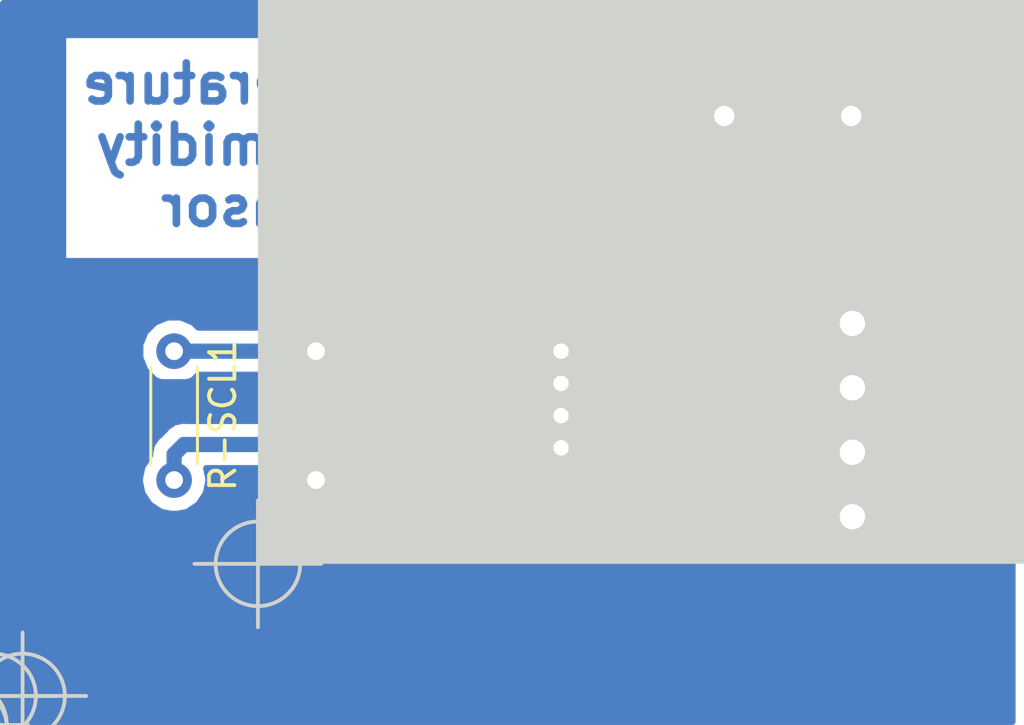
<source format=kicad_pcb>
(kicad_pcb (version 20171130) (host pcbnew "(5.0.0)")

  (general
    (thickness 1.6)
    (drawings 10)
    (tracks 27)
    (zones 0)
    (modules 5)
    (nets 5)
  )

  (page A4)
  (layers
    (0 F.Cu signal)
    (31 B.Cu signal)
    (32 B.Adhes user)
    (33 F.Adhes user)
    (34 B.Paste user)
    (35 F.Paste user)
    (36 B.SilkS user)
    (37 F.SilkS user)
    (38 B.Mask user)
    (39 F.Mask user)
    (40 Dwgs.User user)
    (41 Cmts.User user)
    (42 Eco1.User user)
    (43 Eco2.User user)
    (44 Edge.Cuts user hide)
    (45 Margin user)
    (46 B.CrtYd user)
    (47 F.CrtYd user)
    (48 B.Fab user)
    (49 F.Fab user)
  )

  (setup
    (last_trace_width 0.6)
    (trace_clearance 0.4)
    (zone_clearance 0.508)
    (zone_45_only no)
    (trace_min 0.2)
    (segment_width 0.2)
    (edge_width 0.15)
    (via_size 1)
    (via_drill 0.8)
    (via_min_size 0.4)
    (via_min_drill 0.3)
    (uvia_size 0.3)
    (uvia_drill 0.1)
    (uvias_allowed no)
    (uvia_min_size 0.2)
    (uvia_min_drill 0.1)
    (pcb_text_width 0.3)
    (pcb_text_size 1.5 1.5)
    (mod_edge_width 0.15)
    (mod_text_size 1 1)
    (mod_text_width 0.15)
    (pad_size 1.524 1.524)
    (pad_drill 0.762)
    (pad_to_mask_clearance 0.051)
    (solder_mask_min_width 0.25)
    (aux_axis_origin 139.7 120.65)
    (visible_elements 7FFFFFFF)
    (pcbplotparams
      (layerselection 0x010fc_ffffffff)
      (usegerberextensions false)
      (usegerberattributes false)
      (usegerberadvancedattributes false)
      (creategerberjobfile false)
      (excludeedgelayer true)
      (linewidth 0.100000)
      (plotframeref false)
      (viasonmask false)
      (mode 1)
      (useauxorigin false)
      (hpglpennumber 1)
      (hpglpenspeed 20)
      (hpglpendiameter 15.000000)
      (psnegative false)
      (psa4output false)
      (plotreference true)
      (plotvalue true)
      (plotinvisibletext false)
      (padsonsilk false)
      (subtractmaskfromsilk false)
      (outputformat 1)
      (mirror false)
      (drillshape 1)
      (scaleselection 1)
      (outputdirectory ""))
  )

  (net 0 "")
  (net 1 +3V3)
  (net 2 GND)
  (net 3 /SDA)
  (net 4 /SCL)

  (net_class Default "Ceci est la Netclass par défaut."
    (clearance 0.4)
    (trace_width 0.6)
    (via_dia 1)
    (via_drill 0.8)
    (uvia_dia 0.3)
    (uvia_drill 0.1)
    (add_net +3V3)
    (add_net /SCL)
    (add_net /SDA)
    (add_net GND)
  )

  (module Capacitor_THT:C_Disc_D4.3mm_W1.9mm_P5.00mm (layer F.Cu) (tedit 5AE50EF0) (tstamp 5C0D8F8B)
    (at 173.228 96.647 180)
    (descr "C, Disc series, Radial, pin pitch=5.00mm, , diameter*width=4.3*1.9mm^2, Capacitor, http://www.vishay.com/docs/45233/krseries.pdf")
    (tags "C Disc series Radial pin pitch 5.00mm  diameter 4.3mm width 1.9mm Capacitor")
    (path /5C0142E6)
    (fp_text reference C1 (at 2.5 -2.2 180) (layer F.SilkS)
      (effects (font (size 1 1) (thickness 0.15)))
    )
    (fp_text value 0.22u (at 2.5 2.2 180) (layer F.Fab)
      (effects (font (size 1 1) (thickness 0.15)))
    )
    (fp_line (start 0.35 -0.95) (end 0.35 0.95) (layer F.Fab) (width 0.1))
    (fp_line (start 0.35 0.95) (end 4.65 0.95) (layer F.Fab) (width 0.1))
    (fp_line (start 4.65 0.95) (end 4.65 -0.95) (layer F.Fab) (width 0.1))
    (fp_line (start 4.65 -0.95) (end 0.35 -0.95) (layer F.Fab) (width 0.1))
    (fp_line (start 0.23 -1.07) (end 4.77 -1.07) (layer F.SilkS) (width 0.12))
    (fp_line (start 0.23 1.07) (end 4.77 1.07) (layer F.SilkS) (width 0.12))
    (fp_line (start 0.23 -1.07) (end 0.23 -1.055) (layer F.SilkS) (width 0.12))
    (fp_line (start 0.23 1.055) (end 0.23 1.07) (layer F.SilkS) (width 0.12))
    (fp_line (start 4.77 -1.07) (end 4.77 -1.055) (layer F.SilkS) (width 0.12))
    (fp_line (start 4.77 1.055) (end 4.77 1.07) (layer F.SilkS) (width 0.12))
    (fp_line (start -1.05 -1.2) (end -1.05 1.2) (layer F.CrtYd) (width 0.05))
    (fp_line (start -1.05 1.2) (end 6.05 1.2) (layer F.CrtYd) (width 0.05))
    (fp_line (start 6.05 1.2) (end 6.05 -1.2) (layer F.CrtYd) (width 0.05))
    (fp_line (start 6.05 -1.2) (end -1.05 -1.2) (layer F.CrtYd) (width 0.05))
    (fp_text user %R (at 2.5 0 180) (layer F.Fab)
      (effects (font (size 0.86 0.86) (thickness 0.129)))
    )
    (pad 1 thru_hole circle (at 0 0 180) (size 1.6 1.6) (drill 0.8) (layers *.Cu *.Mask)
      (net 1 +3V3))
    (pad 2 thru_hole circle (at 5 0 180) (size 1.6 1.6) (drill 0.8) (layers *.Cu *.Mask)
      (net 2 GND))
    (model ${KISYS3DMOD}/Capacitor_THT.3dshapes/C_Disc_D4.3mm_W1.9mm_P5.00mm.wrl
      (at (xyz 0 0 0))
      (scale (xyz 1 1 1))
      (rotate (xyz 0 0 0))
    )
  )

  (module Connector_PinHeader_2.54mm:PinHeader_1x04_P2.54mm_Vertical (layer F.Cu) (tedit 59FED5CC) (tstamp 5C0D8FA3)
    (at 173.275001 104.822001)
    (descr "Through hole straight pin header, 1x04, 2.54mm pitch, single row")
    (tags "Through hole pin header THT 1x04 2.54mm single row")
    (path /5C01EBFD)
    (fp_text reference J1 (at 0 -2.33) (layer F.SilkS)
      (effects (font (size 1 1) (thickness 0.15)))
    )
    (fp_text value Conn_01x04_Male (at 0 9.95) (layer F.Fab)
      (effects (font (size 1 1) (thickness 0.15)))
    )
    (fp_line (start -0.635 -1.27) (end 1.27 -1.27) (layer F.Fab) (width 0.1))
    (fp_line (start 1.27 -1.27) (end 1.27 8.89) (layer F.Fab) (width 0.1))
    (fp_line (start 1.27 8.89) (end -1.27 8.89) (layer F.Fab) (width 0.1))
    (fp_line (start -1.27 8.89) (end -1.27 -0.635) (layer F.Fab) (width 0.1))
    (fp_line (start -1.27 -0.635) (end -0.635 -1.27) (layer F.Fab) (width 0.1))
    (fp_line (start -1.33 8.95) (end 1.33 8.95) (layer F.SilkS) (width 0.12))
    (fp_line (start -1.33 1.27) (end -1.33 8.95) (layer F.SilkS) (width 0.12))
    (fp_line (start 1.33 1.27) (end 1.33 8.95) (layer F.SilkS) (width 0.12))
    (fp_line (start -1.33 1.27) (end 1.33 1.27) (layer F.SilkS) (width 0.12))
    (fp_line (start -1.33 0) (end -1.33 -1.33) (layer F.SilkS) (width 0.12))
    (fp_line (start -1.33 -1.33) (end 0 -1.33) (layer F.SilkS) (width 0.12))
    (fp_line (start -1.8 -1.8) (end -1.8 9.4) (layer F.CrtYd) (width 0.05))
    (fp_line (start -1.8 9.4) (end 1.8 9.4) (layer F.CrtYd) (width 0.05))
    (fp_line (start 1.8 9.4) (end 1.8 -1.8) (layer F.CrtYd) (width 0.05))
    (fp_line (start 1.8 -1.8) (end -1.8 -1.8) (layer F.CrtYd) (width 0.05))
    (fp_text user %R (at 0 3.81 90) (layer F.Fab)
      (effects (font (size 1 1) (thickness 0.15)))
    )
    (pad 1 thru_hole rect (at 0 0) (size 1.7 1.7) (drill 1) (layers *.Cu *.Mask)
      (net 1 +3V3))
    (pad 2 thru_hole oval (at 0 2.54) (size 1.7 1.7) (drill 1) (layers *.Cu *.Mask)
      (net 4 /SCL))
    (pad 3 thru_hole oval (at 0 5.08) (size 1.7 1.7) (drill 1) (layers *.Cu *.Mask)
      (net 3 /SDA))
    (pad 4 thru_hole oval (at 0 7.62) (size 1.7 1.7) (drill 1) (layers *.Cu *.Mask)
      (net 2 GND))
    (model ${KISYS3DMOD}/Connector_PinHeader_2.54mm.3dshapes/PinHeader_1x04_P2.54mm_Vertical.wrl
      (at (xyz 0 0 0))
      (scale (xyz 1 1 1))
      (rotate (xyz 0 0 0))
    )
  )

  (module Resistor_THT:R_Axial_DIN0204_L3.6mm_D1.6mm_P5.08mm_Horizontal (layer F.Cu) (tedit 5AE5139B) (tstamp 5C0D8FB6)
    (at 146.558 105.918 270)
    (descr "Resistor, Axial_DIN0204 series, Axial, Horizontal, pin pitch=5.08mm, 0.167W, length*diameter=3.6*1.6mm^2, http://cdn-reichelt.de/documents/datenblatt/B400/1_4W%23YAG.pdf")
    (tags "Resistor Axial_DIN0204 series Axial Horizontal pin pitch 5.08mm 0.167W length 3.6mm diameter 1.6mm")
    (path /5C016BFD)
    (fp_text reference R-SCL1 (at 2.54 -1.92 270) (layer F.SilkS)
      (effects (font (size 1 1) (thickness 0.15)))
    )
    (fp_text value 2.2k (at 2.54 1.92 270) (layer F.Fab)
      (effects (font (size 1 1) (thickness 0.15)))
    )
    (fp_text user %R (at 2.54 0 270) (layer F.Fab)
      (effects (font (size 0.72 0.72) (thickness 0.108)))
    )
    (fp_line (start 6.03 -1.05) (end -0.95 -1.05) (layer F.CrtYd) (width 0.05))
    (fp_line (start 6.03 1.05) (end 6.03 -1.05) (layer F.CrtYd) (width 0.05))
    (fp_line (start -0.95 1.05) (end 6.03 1.05) (layer F.CrtYd) (width 0.05))
    (fp_line (start -0.95 -1.05) (end -0.95 1.05) (layer F.CrtYd) (width 0.05))
    (fp_line (start 0.62 0.92) (end 4.46 0.92) (layer F.SilkS) (width 0.12))
    (fp_line (start 0.62 -0.92) (end 4.46 -0.92) (layer F.SilkS) (width 0.12))
    (fp_line (start 5.08 0) (end 4.34 0) (layer F.Fab) (width 0.1))
    (fp_line (start 0 0) (end 0.74 0) (layer F.Fab) (width 0.1))
    (fp_line (start 4.34 -0.8) (end 0.74 -0.8) (layer F.Fab) (width 0.1))
    (fp_line (start 4.34 0.8) (end 4.34 -0.8) (layer F.Fab) (width 0.1))
    (fp_line (start 0.74 0.8) (end 4.34 0.8) (layer F.Fab) (width 0.1))
    (fp_line (start 0.74 -0.8) (end 0.74 0.8) (layer F.Fab) (width 0.1))
    (pad 2 thru_hole oval (at 5.08 0 270) (size 1.4 1.4) (drill 0.7) (layers *.Cu *.Mask)
      (net 4 /SCL))
    (pad 1 thru_hole circle (at 0 0 270) (size 1.4 1.4) (drill 0.7) (layers *.Cu *.Mask)
      (net 1 +3V3))
    (model ${KISYS3DMOD}/Resistor_THT.3dshapes/R_Axial_DIN0204_L3.6mm_D1.6mm_P5.08mm_Horizontal.wrl
      (at (xyz 0 0 0))
      (scale (xyz 1 1 1))
      (rotate (xyz 0 0 0))
    )
  )

  (module Resistor_THT:R_Axial_DIN0204_L3.6mm_D1.6mm_P5.08mm_Horizontal (layer F.Cu) (tedit 5AE5139B) (tstamp 5C0D8FC9)
    (at 152.146 105.918 270)
    (descr "Resistor, Axial_DIN0204 series, Axial, Horizontal, pin pitch=5.08mm, 0.167W, length*diameter=3.6*1.6mm^2, http://cdn-reichelt.de/documents/datenblatt/B400/1_4W%23YAG.pdf")
    (tags "Resistor Axial_DIN0204 series Axial Horizontal pin pitch 5.08mm 0.167W length 3.6mm diameter 1.6mm")
    (path /5C016BF6)
    (fp_text reference R-SDA1 (at 2.54 -1.92 270) (layer F.SilkS)
      (effects (font (size 1 1) (thickness 0.15)))
    )
    (fp_text value 2.2k (at 2.54 1.92 270) (layer F.Fab)
      (effects (font (size 1 1) (thickness 0.15)))
    )
    (fp_line (start 0.74 -0.8) (end 0.74 0.8) (layer F.Fab) (width 0.1))
    (fp_line (start 0.74 0.8) (end 4.34 0.8) (layer F.Fab) (width 0.1))
    (fp_line (start 4.34 0.8) (end 4.34 -0.8) (layer F.Fab) (width 0.1))
    (fp_line (start 4.34 -0.8) (end 0.74 -0.8) (layer F.Fab) (width 0.1))
    (fp_line (start 0 0) (end 0.74 0) (layer F.Fab) (width 0.1))
    (fp_line (start 5.08 0) (end 4.34 0) (layer F.Fab) (width 0.1))
    (fp_line (start 0.62 -0.92) (end 4.46 -0.92) (layer F.SilkS) (width 0.12))
    (fp_line (start 0.62 0.92) (end 4.46 0.92) (layer F.SilkS) (width 0.12))
    (fp_line (start -0.95 -1.05) (end -0.95 1.05) (layer F.CrtYd) (width 0.05))
    (fp_line (start -0.95 1.05) (end 6.03 1.05) (layer F.CrtYd) (width 0.05))
    (fp_line (start 6.03 1.05) (end 6.03 -1.05) (layer F.CrtYd) (width 0.05))
    (fp_line (start 6.03 -1.05) (end -0.95 -1.05) (layer F.CrtYd) (width 0.05))
    (fp_text user %R (at 2.54 0 270) (layer F.Fab)
      (effects (font (size 0.72 0.72) (thickness 0.108)))
    )
    (pad 1 thru_hole circle (at 0 0 270) (size 1.4 1.4) (drill 0.7) (layers *.Cu *.Mask)
      (net 1 +3V3))
    (pad 2 thru_hole oval (at 5.08 0 270) (size 1.4 1.4) (drill 0.7) (layers *.Cu *.Mask)
      (net 3 /SDA))
    (model ${KISYS3DMOD}/Resistor_THT.3dshapes/R_Axial_DIN0204_L3.6mm_D1.6mm_P5.08mm_Horizontal.wrl
      (at (xyz 0 0 0))
      (scale (xyz 1 1 1))
      (rotate (xyz 0 0 0))
    )
  )

  (module HIH8120-021-001:SIP191W41P127L490H390Q4 (layer F.Cu) (tedit 0) (tstamp 5C0D8FDE)
    (at 161.798 107.823 270)
    (path /5C013A6D)
    (fp_text reference U1 (at -0.83139 -1.86086 270) (layer F.SilkS)
      (effects (font (size 0.641535 0.641535) (thickness 0.05)))
    )
    (fp_text value HIH8120-021-001 (at -0.42444 1.59901 270) (layer F.SilkS)
      (effects (font (size 0.642173 0.642173) (thickness 0.05)))
    )
    (fp_line (start -2.45 -1.2) (end 2.45 -1.2) (layer Dwgs.User) (width 0.127))
    (fp_line (start 2.45 -1.2) (end 2.45 0.71) (layer Dwgs.User) (width 0.127))
    (fp_line (start 2.45 0.71) (end -2.45 0.71) (layer Dwgs.User) (width 0.127))
    (fp_line (start -2.45 0.71) (end -2.45 -1.2) (layer Dwgs.User) (width 0.127))
    (fp_line (start -2.45 -0.8) (end -2.45 -1.2) (layer F.SilkS) (width 0.127))
    (fp_line (start -2.45 -1.2) (end 2.45 -1.2) (layer F.SilkS) (width 0.127))
    (fp_line (start 2.45 -1.2) (end 2.45 -0.8) (layer F.SilkS) (width 0.127))
    (fp_line (start -2.45 0.71) (end 2.45 0.71) (layer F.SilkS) (width 0.127))
    (fp_circle (center -2.9 -0.75) (end -2.8 -0.75) (layer F.SilkS) (width 0.2))
    (fp_line (start -2.75 -1.5) (end 2.75 -1.5) (layer Eco1.User) (width 0.05))
    (fp_line (start 2.75 -1.5) (end 2.75 1) (layer Eco1.User) (width 0.05))
    (fp_line (start 2.75 1) (end -2.75 1) (layer Eco1.User) (width 0.05))
    (fp_line (start -2.75 1) (end -2.75 -1.5) (layer Eco1.User) (width 0.05))
    (pad 1 thru_hole rect (at -1.905 0 270) (size 1.01 1.01) (drill 0.61) (layers *.Cu *.Mask)
      (net 1 +3V3))
    (pad 2 thru_hole circle (at -0.635 0 270) (size 1.01 1.01) (drill 0.61) (layers *.Cu *.Mask)
      (net 2 GND))
    (pad 3 thru_hole circle (at 0.635 0 270) (size 1.01 1.01) (drill 0.61) (layers *.Cu *.Mask)
      (net 4 /SCL))
    (pad 4 thru_hole circle (at 1.905 0 270) (size 1.01 1.01) (drill 0.61) (layers *.Cu *.Mask)
      (net 3 /SDA))
  )

  (gr_text GND (at 177.165 112.395) (layer B.Cu)
    (effects (font (size 1 1) (thickness 0.2)) (justify mirror))
  )
  (gr_text SDA (at 177.165 109.855) (layer B.Cu)
    (effects (font (size 1 1) (thickness 0.2)) (justify mirror))
  )
  (gr_text SLC (at 177.165 107.315) (layer B.Cu)
    (effects (font (size 1 1) (thickness 0.2)) (justify mirror))
  )
  (gr_text 3V3 (at 177.165 104.775) (layer B.Cu)
    (effects (font (size 1 1) (thickness 0.2)) (justify mirror))
  )
  (gr_text "Temperature\n& Humidity\nSensor" (at 149.86 97.79) (layer B.Cu)
    (effects (font (size 1.5 1.5) (thickness 0.3)) (justify mirror))
  )
  (target plus (at 138.303 120.777) (size 5) (width 0.15) (layer Edge.Cuts) (tstamp 5C0D94F1))
  (target plus (at 139.446 119.507) (size 5) (width 0.15) (layer Edge.Cuts))
  (target plus (at 140.589 119.507) (size 5) (width 0.15) (layer Edge.Cuts))
  (target plus (at 138.303 120.65) (size 5) (width 0.15) (layer Edge.Cuts))
  (target plus (at 149.86 114.3) (size 5) (width 0.15) (layer Edge.Cuts))

  (segment (start 146.558 105.918) (end 152.146 105.918) (width 0.6) (layer B.Cu) (net 1))
  (segment (start 152.146 105.918) (end 161.798 105.918) (width 0.6) (layer B.Cu) (net 1))
  (segment (start 161.798 105.918) (end 166.37 105.918) (width 0.6) (layer B.Cu) (net 1))
  (segment (start 167.465999 104.822001) (end 173.275001 104.822001) (width 0.6) (layer B.Cu) (net 1))
  (segment (start 166.37 105.918) (end 167.465999 104.822001) (width 0.6) (layer B.Cu) (net 1))
  (segment (start 173.228 104.775) (end 173.275001 104.822001) (width 0.6) (layer B.Cu) (net 1))
  (segment (start 173.228 96.647) (end 173.228 104.775) (width 0.6) (layer B.Cu) (net 1))
  (segment (start 152.818001 107.318001) (end 144.148001 107.318001) (width 0.6) (layer B.Cu) (net 2))
  (segment (start 161.798 107.188) (end 152.948002 107.188) (width 0.6) (layer B.Cu) (net 2))
  (segment (start 152.948002 107.188) (end 152.818001 107.318001) (width 0.6) (layer B.Cu) (net 2))
  (segment (start 160.528 110.998) (end 152.146 110.998) (width 0.6) (layer B.Cu) (net 3))
  (segment (start 161.544 110.998) (end 160.528 110.998) (width 0.6) (layer B.Cu) (net 3))
  (segment (start 161.798 109.728) (end 161.798 110.744) (width 0.6) (layer B.Cu) (net 3))
  (segment (start 161.798 110.744) (end 161.544 110.998) (width 0.6) (layer B.Cu) (net 3))
  (segment (start 161.798 109.728) (end 170.307 109.728) (width 0.6) (layer B.Cu) (net 3))
  (segment (start 170.481001 109.902001) (end 173.275001 109.902001) (width 0.6) (layer B.Cu) (net 3))
  (segment (start 170.307 109.728) (end 170.481001 109.902001) (width 0.6) (layer B.Cu) (net 3))
  (segment (start 161.036 108.458) (end 161.798 108.458) (width 0.6) (layer B.Cu) (net 4))
  (segment (start 146.558 109.982) (end 146.942001 109.597999) (width 0.6) (layer B.Cu) (net 4))
  (segment (start 146.558 110.998) (end 146.558 109.982) (width 0.6) (layer B.Cu) (net 4))
  (segment (start 154.809999 109.597999) (end 154.813 109.601) (width 0.6) (layer B.Cu) (net 4))
  (segment (start 146.942001 109.597999) (end 154.809999 109.597999) (width 0.6) (layer B.Cu) (net 4))
  (segment (start 154.813 109.601) (end 159.893 109.601) (width 0.6) (layer B.Cu) (net 4))
  (segment (start 159.893 109.601) (end 161.036 108.458) (width 0.6) (layer B.Cu) (net 4))
  (segment (start 161.798 108.458) (end 168.91 108.458) (width 0.6) (layer B.Cu) (net 4))
  (segment (start 170.005999 107.362001) (end 173.275001 107.362001) (width 0.6) (layer B.Cu) (net 4))
  (segment (start 168.91 108.458) (end 170.005999 107.362001) (width 0.6) (layer B.Cu) (net 4))

  (zone (net 0) (net_name "") (layer Edge.Cuts) (tstamp 0) (hatch edge 0.508)
    (connect_pads (clearance 0.508))
    (min_thickness 0.254)
    (fill yes (arc_segments 16) (thermal_gap 0.508) (thermal_bridge_width 0.508))
    (polygon
      (pts
        (xy 149.86 114.3) (xy 188.214 114.3) (xy 188.214 89.154) (xy 149.86 89.154)
      )
    )
    (filled_polygon
      (pts
        (xy 188.087 114.173) (xy 149.987 114.173) (xy 149.987 89.281) (xy 188.087 89.281)
      )
    )
  )
  (zone (net 2) (net_name GND) (layer B.Cu) (tstamp 0) (hatch edge 0.508)
    (connect_pads (clearance 0.508))
    (min_thickness 0.254)
    (fill yes (arc_segments 16) (thermal_gap 0.508) (thermal_bridge_width 0.508))
    (polygon
      (pts
        (xy 139.7 120.65) (xy 179.705 120.65) (xy 179.705 92.075) (xy 139.7 92.075)
      )
    )
    (filled_polygon
      (pts
        (xy 179.578 120.523) (xy 139.827 120.523) (xy 139.827 112.798891) (xy 171.833525 112.798891) (xy 172.003356 113.208925)
        (xy 172.393643 113.637184) (xy 172.918109 113.883487) (xy 173.148001 113.76282) (xy 173.148001 112.569001) (xy 173.402001 112.569001)
        (xy 173.402001 113.76282) (xy 173.631893 113.883487) (xy 174.156359 113.637184) (xy 174.546646 113.208925) (xy 174.716477 112.798891)
        (xy 174.595156 112.569001) (xy 173.402001 112.569001) (xy 173.148001 112.569001) (xy 171.954846 112.569001) (xy 171.833525 112.798891)
        (xy 139.827 112.798891) (xy 139.827 110.998) (xy 145.196846 110.998) (xy 145.300458 111.518891) (xy 145.595519 111.960481)
        (xy 146.037109 112.255542) (xy 146.426515 112.333) (xy 146.689485 112.333) (xy 147.078891 112.255542) (xy 147.520481 111.960481)
        (xy 147.815542 111.518891) (xy 147.919154 110.998) (xy 147.826659 110.532999) (xy 150.877341 110.532999) (xy 150.784846 110.998)
        (xy 150.888458 111.518891) (xy 151.183519 111.960481) (xy 151.625109 112.255542) (xy 152.014515 112.333) (xy 152.277485 112.333)
        (xy 152.666891 112.255542) (xy 153.108481 111.960481) (xy 153.126843 111.933) (xy 161.451914 111.933) (xy 161.544 111.951317)
        (xy 161.636086 111.933) (xy 161.908819 111.87875) (xy 162.218097 111.672097) (xy 162.270261 111.594028) (xy 162.394028 111.470261)
        (xy 162.472097 111.418097) (xy 162.67875 111.108819) (xy 162.733 110.836086) (xy 162.733 110.836083) (xy 162.751316 110.744001)
        (xy 162.735204 110.663) (xy 169.936962 110.663) (xy 170.116182 110.782751) (xy 170.388915 110.837001) (xy 170.481001 110.855318)
        (xy 170.573087 110.837001) (xy 172.113754 110.837001) (xy 172.204376 110.972626) (xy 172.523479 111.185844) (xy 172.393643 111.246818)
        (xy 172.003356 111.675077) (xy 171.833525 112.085111) (xy 171.954846 112.315001) (xy 173.148001 112.315001) (xy 173.148001 112.295001)
        (xy 173.402001 112.295001) (xy 173.402001 112.315001) (xy 174.595156 112.315001) (xy 174.716477 112.085111) (xy 174.546646 111.675077)
        (xy 174.156359 111.246818) (xy 174.026523 111.185844) (xy 174.319623 110.99) (xy 174.906191 110.99) (xy 174.906191 113.96)
        (xy 179.42381 113.96) (xy 179.42381 110.99) (xy 179.304762 110.99) (xy 179.304762 108.45) (xy 179.280953 108.45)
        (xy 179.280953 103.37) (xy 175.049048 103.37) (xy 175.049048 108.45) (xy 175.025238 108.45) (xy 175.025238 110.99)
        (xy 174.906191 110.99) (xy 174.319623 110.99) (xy 174.345626 110.972626) (xy 174.67384 110.481419) (xy 174.789093 109.902001)
        (xy 174.67384 109.322583) (xy 174.345626 108.831376) (xy 174.04724 108.632001) (xy 174.345626 108.432626) (xy 174.67384 107.941419)
        (xy 174.789093 107.362001) (xy 174.67384 106.782583) (xy 174.345626 106.291376) (xy 174.327382 106.279185) (xy 174.372766 106.270158)
        (xy 174.58281 106.12981) (xy 174.723158 105.919766) (xy 174.772441 105.672001) (xy 174.772441 103.972001) (xy 174.723158 103.724236)
        (xy 174.58281 103.514192) (xy 174.372766 103.373844) (xy 174.163 103.332119) (xy 174.163 97.741396) (xy 174.444534 97.459862)
        (xy 174.663 96.932439) (xy 174.663 96.361561) (xy 174.444534 95.834138) (xy 174.040862 95.430466) (xy 173.513439 95.212)
        (xy 172.942561 95.212) (xy 172.415138 95.430466) (xy 172.011466 95.834138) (xy 171.793 96.361561) (xy 171.793 96.932439)
        (xy 172.011466 97.459862) (xy 172.293 97.741396) (xy 172.293001 103.350817) (xy 172.177236 103.373844) (xy 171.967192 103.514192)
        (xy 171.826844 103.724236) (xy 171.794468 103.887001) (xy 167.558085 103.887001) (xy 167.465999 103.868684) (xy 167.373913 103.887001)
        (xy 167.10118 103.941251) (xy 166.791902 104.147904) (xy 166.739738 104.225973) (xy 165.982711 104.983) (xy 162.779391 104.983)
        (xy 162.760809 104.955191) (xy 162.550765 104.814843) (xy 162.303 104.76556) (xy 161.293 104.76556) (xy 161.045235 104.814843)
        (xy 160.835191 104.955191) (xy 160.816609 104.983) (xy 153.098975 104.983) (xy 152.902217 104.786242) (xy 152.411548 104.583)
        (xy 151.880452 104.583) (xy 151.389783 104.786242) (xy 151.193025 104.983) (xy 147.510975 104.983) (xy 147.314217 104.786242)
        (xy 146.823548 104.583) (xy 146.292452 104.583) (xy 145.801783 104.786242) (xy 145.426242 105.161783) (xy 145.223 105.652452)
        (xy 145.223 106.183548) (xy 145.426242 106.674217) (xy 145.801783 107.049758) (xy 146.292452 107.253) (xy 146.823548 107.253)
        (xy 147.314217 107.049758) (xy 147.510975 106.853) (xy 151.193025 106.853) (xy 151.389783 107.049758) (xy 151.880452 107.253)
        (xy 152.411548 107.253) (xy 152.902217 107.049758) (xy 153.098975 106.853) (xy 160.707979 106.853) (xy 160.6449 107.041774)
        (xy 160.676717 107.494177) (xy 160.708086 107.569909) (xy 160.671181 107.57725) (xy 160.361903 107.783903) (xy 160.309741 107.861969)
        (xy 159.505711 108.666) (xy 154.917172 108.666) (xy 154.902085 108.662999) (xy 154.809999 108.644682) (xy 154.717913 108.662999)
        (xy 147.034081 108.662999) (xy 146.942 108.644683) (xy 146.849919 108.662999) (xy 146.849915 108.662999) (xy 146.577182 108.717249)
        (xy 146.267904 108.923902) (xy 146.21574 109.001971) (xy 145.96197 109.255741) (xy 145.883904 109.307903) (xy 145.831742 109.385969)
        (xy 145.831741 109.38597) (xy 145.67725 109.617182) (xy 145.604683 109.982) (xy 145.613005 110.023835) (xy 145.595519 110.035519)
        (xy 145.300458 110.477109) (xy 145.196846 110.998) (xy 139.827 110.998) (xy 139.827 93.45) (xy 142.182143 93.45)
        (xy 142.182143 102.37) (xy 157.537857 102.37) (xy 157.537857 97.654745) (xy 167.399861 97.654745) (xy 167.473995 97.900864)
        (xy 168.011223 98.093965) (xy 168.581454 98.066778) (xy 168.982005 97.900864) (xy 169.056139 97.654745) (xy 168.228 96.826605)
        (xy 167.399861 97.654745) (xy 157.537857 97.654745) (xy 157.537857 96.430223) (xy 166.781035 96.430223) (xy 166.808222 97.000454)
        (xy 166.974136 97.401005) (xy 167.220255 97.475139) (xy 168.048395 96.647) (xy 168.407605 96.647) (xy 169.235745 97.475139)
        (xy 169.481864 97.401005) (xy 169.674965 96.863777) (xy 169.647778 96.293546) (xy 169.481864 95.892995) (xy 169.235745 95.818861)
        (xy 168.407605 96.647) (xy 168.048395 96.647) (xy 167.220255 95.818861) (xy 166.974136 95.892995) (xy 166.781035 96.430223)
        (xy 157.537857 96.430223) (xy 157.537857 95.639255) (xy 167.399861 95.639255) (xy 168.228 96.467395) (xy 169.056139 95.639255)
        (xy 168.982005 95.393136) (xy 168.444777 95.200035) (xy 167.874546 95.227222) (xy 167.473995 95.393136) (xy 167.399861 95.639255)
        (xy 157.537857 95.639255) (xy 157.537857 93.45) (xy 142.182143 93.45) (xy 139.827 93.45) (xy 139.827 92.202)
        (xy 179.578 92.202)
      )
    )
    (filled_polygon
      (pts
        (xy 161.991748 107.173858) (xy 161.977605 107.188) (xy 161.991748 107.202143) (xy 161.87589 107.318) (xy 161.72011 107.318)
        (xy 161.604253 107.202143) (xy 161.618395 107.188) (xy 161.604253 107.173858) (xy 161.70767 107.07044) (xy 161.88833 107.07044)
      )
    )
  )
)

</source>
